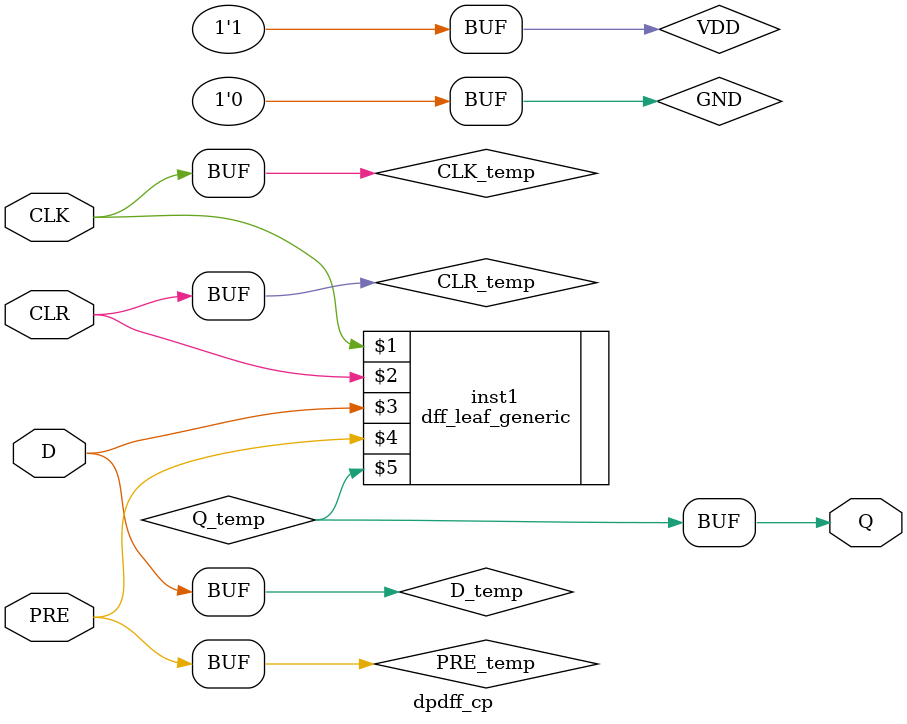
<source format=v>
module dpdff_cp(CLK,CLR,D,PRE,Q);
  parameter BIT = 0;
  parameter COLINST = "0";
  parameter GROUP = "dpath1";
  parameter
        d_CLK_r = 0,
        d_CLK_f = 0,
        d_CLR_r = 0,
        d_CLR_f = 0,
        d_D_r = 0,
        d_D_f = 0,
        d_PRE_r = 0,
        d_PRE_f = 0,
        d_Q_r = 1,
        d_Q_f = 1;
  input  CLK;
  input  CLR;
  input  D;
  input  PRE;
  output  Q;
  wire  CLK_temp;
  wire  CLR_temp;
  wire  D_temp;
  wire  PRE_temp;
  wire  Q_temp;
  supply0  GND;
  supply1  VDD;
  assign #(d_CLK_r,d_CLK_f) CLK_temp = CLK;
  assign #(d_CLR_r,d_CLR_f) CLR_temp = CLR;
  assign #(d_D_r,d_D_f) D_temp = D;
  assign #(d_PRE_r,d_PRE_f) PRE_temp = PRE;
  assign #(d_Q_r,d_Q_f) Q = Q_temp;
  dff_leaf_generic inst1 (CLK_temp,CLR_temp,D_temp,PRE_temp,Q_temp);
  specify
    specparam
      t_hold_D = 0,
      t_setup_D = 0,
      t_width_PRE = 0,
      t_width_CLR = 0;
    $hold(posedge CLK , D , t_hold_D);
    $setup(D , posedge CLK , t_setup_D);
    $width(negedge PRE , t_width_PRE);
    $width(negedge CLR , t_width_CLR);
  endspecify
endmodule

</source>
